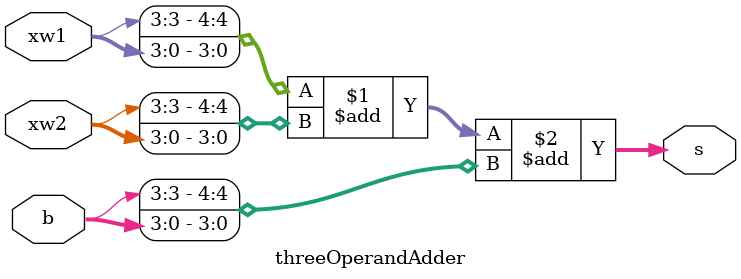
<source format=v>
`timescale 1ns / 1ps

module threeOperandAdder(s,xw1,xw2,b

    );
    output[4:0] s;
    input [3:0] xw1,xw2,b ;
    
    assign s =$signed(xw1)+$signed(xw2)+$signed(b);
endmodule

</source>
